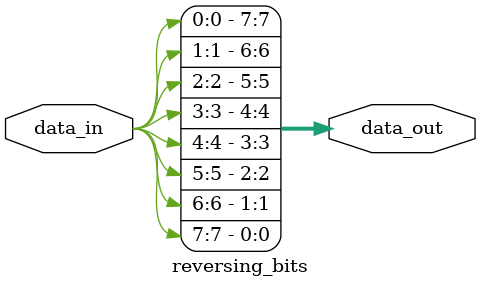
<source format=sv>
module reversing_bits #(parameter DATA_WIDTH=8) (
  input logic [DATA_WIDTH-1:0] data_in, 
  output logic [DATA_WIDTH-1:0] data_out);
  
  always_comb begin
    for (int i=0;i<DATA_WIDTH;i++) begin
      data_out[i]=data_in[DATA_WIDTH-1-i];
    end
  end
endmodule

</source>
